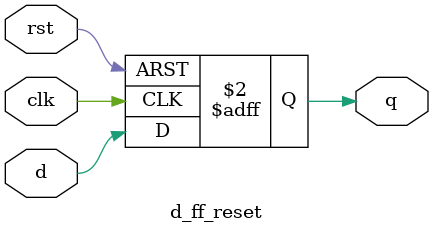
<source format=sv>
module d_ff_reset(
	input logic d,
	input logic clk,
	input logic rst,
	output logic q
	);
	
	always_ff@(posedge clk, posedge rst)
	begin	
		if(rst)
			q<=0;
		else
			q<=d;
	end
endmodule
</source>
